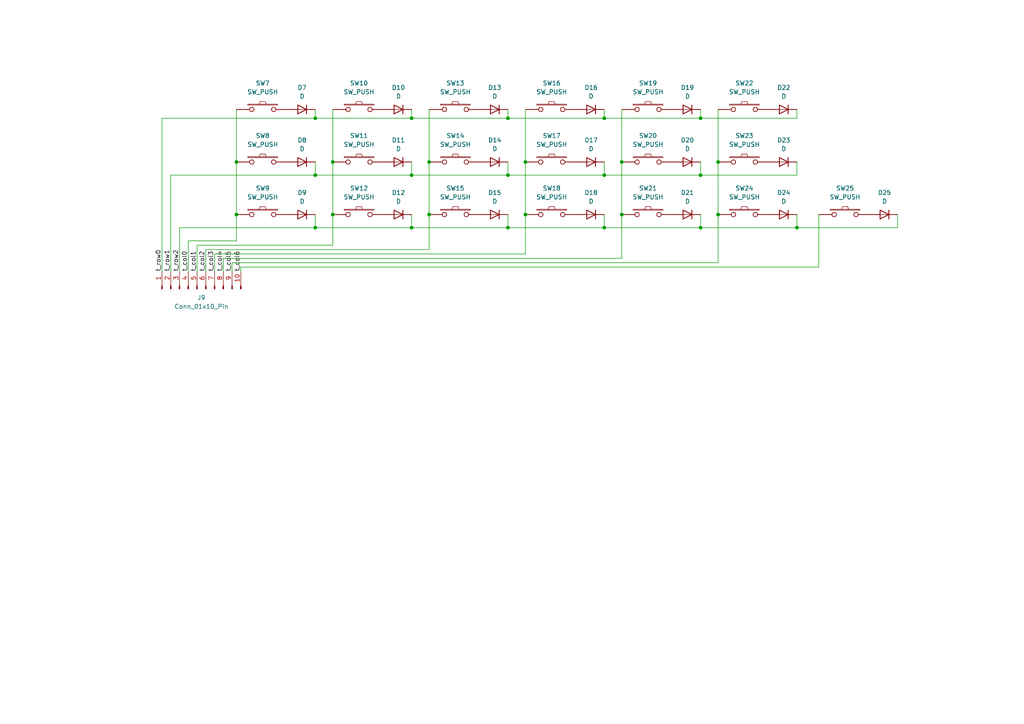
<source format=kicad_sch>
(kicad_sch (version 20231120) (generator "eeschema") (generator_version "8.0")
  (paper "A4")
  (lib_symbols
    (symbol "Connector:Conn_01x10_Pin" (pin_names (offset 1.016) hide)
      (property "Reference" "J" (at 0 12.7 0))
      (property "Value" "Conn_01x10_Pin" (at 0 -15.24 0))
      (symbol "Conn_01x10_Pin_1_1"
        (polyline (pts (xy 1.27 -12.7) (xy 0.8636 -12.7)) (stroke (width 0.1524)))
        (polyline (pts (xy 1.27 -10.16) (xy 0.8636 -10.16)) (stroke (width 0.1524)))
        (polyline (pts (xy 1.27 -7.62) (xy 0.8636 -7.62)) (stroke (width 0.1524)))
        (polyline (pts (xy 1.27 -5.08) (xy 0.8636 -5.08)) (stroke (width 0.1524)))
        (polyline (pts (xy 1.27 -2.54) (xy 0.8636 -2.54)) (stroke (width 0.1524)))
        (polyline (pts (xy 1.27 0) (xy 0.8636 0)) (stroke (width 0.1524)))
        (polyline (pts (xy 1.27 2.54) (xy 0.8636 2.54)) (stroke (width 0.1524)))
        (polyline (pts (xy 1.27 5.08) (xy 0.8636 5.08)) (stroke (width 0.1524)))
        (polyline (pts (xy 1.27 7.62) (xy 0.8636 7.62)) (stroke (width 0.1524)))
        (polyline (pts (xy 1.27 10.16) (xy 0.8636 10.16)) (stroke (width 0.1524)))
        (rectangle (start 0.8636 -12.573) (end 0 -12.827) (stroke (width 0.1524)) (fill (type outline)))
        (rectangle (start 0.8636 -10.033) (end 0 -10.287) (stroke (width 0.1524)) (fill (type outline)))
        (rectangle (start 0.8636 -7.493) (end 0 -7.747) (stroke (width 0.1524)) (fill (type outline)))
        (rectangle (start 0.8636 -4.953) (end 0 -5.207) (stroke (width 0.1524)) (fill (type outline)))
        (rectangle (start 0.8636 -2.413) (end 0 -2.667) (stroke (width 0.1524)) (fill (type outline)))
        (rectangle (start 0.8636 0.127) (end 0 -0.127) (stroke (width 0.1524)) (fill (type outline)))
        (rectangle (start 0.8636 2.667) (end 0 2.413) (stroke (width 0.1524)) (fill (type outline)))
        (rectangle (start 0.8636 5.207) (end 0 4.953) (stroke (width 0.1524)) (fill (type outline)))
        (rectangle (start 0.8636 7.747) (end 0 7.493) (stroke (width 0.1524)) (fill (type outline)))
        (rectangle (start 0.8636 10.287) (end 0 10.033) (stroke (width 0.1524)) (fill (type outline)))
        (pin passive line (at 5.08 10.16 180) (length 3.81) (name "Pin_1") (number "1"))
        (pin passive line (at 5.08 -12.7 180) (length 3.81) (name "Pin_10") (number "10"))
        (pin passive line (at 5.08 7.62 180) (length 3.81) (name "Pin_2") (number "2"))
        (pin passive line (at 5.08 5.08 180) (length 3.81) (name "Pin_3") (number "3"))
        (pin passive line (at 5.08 2.54 180) (length 3.81) (name "Pin_4") (number "4"))
        (pin passive line (at 5.08 0 180) (length 3.81) (name "Pin_5") (number "5"))
        (pin passive line (at 5.08 -2.54 180) (length 3.81) (name "Pin_6") (number "6"))
        (pin passive line (at 5.08 -5.08 180) (length 3.81) (name "Pin_7") (number "7"))
        (pin passive line (at 5.08 -7.62 180) (length 3.81) (name "Pin_8") (number "8"))
        (pin passive line (at 5.08 -10.16 180) (length 3.81) (name "Pin_9") (number "9"))
      )
    )
    (symbol "Device:D" (pin_numbers hide) (pin_names (offset 1.016) hide)
      (property "Reference" "D" (at 0 2.54 0))
      (property "Value" "D" (at 0 -2.54 0))
      (symbol "D_0_1"
        (polyline (pts (xy -1.27 1.27) (xy -1.27 -1.27)) (stroke (width 0.254)))
        (polyline (pts (xy 1.27 0) (xy -1.27 0)))
        (polyline (pts (xy 1.27 1.27) (xy 1.27 -1.27) (xy -1.27 0) (xy 1.27 1.27)) (stroke (width 0.254)))
      )
      (symbol "D_1_1"
        (pin passive line (at -3.81 0 0) (length 2.54) (name "K") (number "1"))
        (pin passive line (at 3.81 0 180) (length 2.54) (name "A") (number "2"))
      )
    )
    (symbol "kbd:SW_PUSH" (pin_numbers hide) (pin_names (offset 1.016) hide)
      (property "Reference" "SW" (at 3.81 2.794 0))
      (property "Value" "SW_PUSH" (at 0 -2.032 0))
      (symbol "SW_PUSH_0_1"
        (rectangle (start -4.318 1.27) (end 4.318 1.524))
        (polyline (pts (xy -1.016 1.524) (xy -0.762 2.286) (xy 0.762 2.286) (xy 1.016 1.524)))
        (pin passive inverted (at -7.62 0 0) (length 5.08) (name "1") (number "1"))
        (pin passive inverted (at 7.62 0 180) (length 5.08) (name "2") (number "2"))
      )
    )
  )
  (junction (at 208.28 46.99))
  (junction (at 119.38 34.29))
  (junction (at 119.38 66.04))
  (junction (at 124.46 62.23))
  (junction (at 180.34 46.99))
  (junction (at 203.2 66.04))
  (junction (at 147.32 66.04))
  (junction (at 203.2 50.8))
  (junction (at 175.26 34.29))
  (junction (at 91.44 34.29))
  (junction (at 68.58 62.23))
  (junction (at 208.28 62.23))
  (junction (at 203.2 34.29))
  (junction (at 68.58 46.99))
  (junction (at 152.4 46.99))
  (junction (at 175.26 66.04))
  (junction (at 147.32 50.8))
  (junction (at 96.52 46.99))
  (junction (at 175.26 50.8))
  (junction (at 180.34 62.23))
  (junction (at 91.44 50.8))
  (junction (at 231.14 66.04))
  (junction (at 91.44 66.04))
  (junction (at 124.46 46.99))
  (junction (at 152.4 62.23))
  (junction (at 96.52 62.23))
  (junction (at 147.32 34.29))
  (junction (at 119.38 50.8))
  (wire (pts (xy 54.61 69.85) (xy 68.58 69.85)))
  (wire (pts (xy 208.28 62.23) (xy 208.28 76.2)))
  (wire (pts (xy 175.26 66.04) (xy 203.2 66.04)))
  (wire (pts (xy 152.4 62.23) (xy 152.4 73.66)))
  (wire (pts (xy 203.2 50.8) (xy 231.14 50.8)))
  (wire (pts (xy 91.44 62.23) (xy 91.44 66.04)))
  (wire (pts (xy 68.58 69.85) (xy 68.58 62.23)))
  (wire (pts (xy 208.28 76.2) (xy 67.31 76.2)))
  (wire (pts (xy 46.99 34.29) (xy 46.99 78.74)))
  (wire (pts (xy 96.52 62.23) (xy 96.52 71.12)))
  (wire (pts (xy 147.32 50.8) (xy 175.26 50.8)))
  (wire (pts (xy 62.23 73.66) (xy 62.23 78.74)))
  (wire (pts (xy 203.2 66.04) (xy 231.14 66.04)))
  (wire (pts (xy 119.38 62.23) (xy 119.38 66.04)))
  (wire (pts (xy 203.2 46.99) (xy 203.2 50.8)))
  (wire (pts (xy 231.14 46.99) (xy 231.14 50.8)))
  (wire (pts (xy 175.26 34.29) (xy 203.2 34.29)))
  (wire (pts (xy 147.32 66.04) (xy 175.26 66.04)))
  (wire (pts (xy 69.85 77.47) (xy 69.85 78.74)))
  (wire (pts (xy 91.44 46.99) (xy 91.44 50.8)))
  (wire (pts (xy 147.32 46.99) (xy 147.32 50.8)))
  (wire (pts (xy 119.38 50.8) (xy 91.44 50.8)))
  (wire (pts (xy 175.26 62.23) (xy 175.26 66.04)))
  (wire (pts (xy 237.49 77.47) (xy 69.85 77.47)))
  (wire (pts (xy 208.28 62.23) (xy 208.28 46.99)))
  (wire (pts (xy 119.38 34.29) (xy 147.32 34.29)))
  (wire (pts (xy 147.32 62.23) (xy 147.32 66.04)))
  (wire (pts (xy 62.23 73.66) (xy 152.4 73.66)))
  (wire (pts (xy 91.44 34.29) (xy 119.38 34.29)))
  (wire (pts (xy 147.32 34.29) (xy 175.26 34.29)))
  (wire (pts (xy 175.26 46.99) (xy 175.26 50.8)))
  (wire (pts (xy 49.53 50.8) (xy 91.44 50.8)))
  (wire (pts (xy 203.2 62.23) (xy 203.2 66.04)))
  (wire (pts (xy 180.34 62.23) (xy 180.34 74.93)))
  (wire (pts (xy 119.38 46.99) (xy 119.38 50.8)))
  (wire (pts (xy 152.4 46.99) (xy 152.4 31.75)))
  (wire (pts (xy 68.58 46.99) (xy 68.58 62.23)))
  (wire (pts (xy 124.46 46.99) (xy 124.46 31.75)))
  (wire (pts (xy 231.14 66.04) (xy 231.14 62.23)))
  (wire (pts (xy 231.14 34.29) (xy 231.14 31.75)))
  (wire (pts (xy 59.69 72.39) (xy 59.69 78.74)))
  (wire (pts (xy 180.34 62.23) (xy 180.34 46.99)))
  (wire (pts (xy 57.15 71.12) (xy 96.52 71.12)))
  (wire (pts (xy 180.34 74.93) (xy 64.77 74.93)))
  (wire (pts (xy 54.61 78.74) (xy 54.61 69.85)))
  (wire (pts (xy 52.07 66.04) (xy 52.07 78.74)))
  (wire (pts (xy 91.44 31.75) (xy 91.44 34.29)))
  (wire (pts (xy 59.69 72.39) (xy 124.46 72.39)))
  (wire (pts (xy 119.38 66.04) (xy 147.32 66.04)))
  (wire (pts (xy 208.28 46.99) (xy 208.28 31.75)))
  (wire (pts (xy 180.34 46.99) (xy 180.34 31.75)))
  (wire (pts (xy 124.46 62.23) (xy 124.46 72.39)))
  (wire (pts (xy 260.35 62.23) (xy 260.35 66.04)))
  (wire (pts (xy 67.31 76.2) (xy 67.31 78.74)))
  (wire (pts (xy 175.26 50.8) (xy 203.2 50.8)))
  (wire (pts (xy 124.46 46.99) (xy 124.46 62.23)))
  (wire (pts (xy 203.2 34.29) (xy 231.14 34.29)))
  (wire (pts (xy 119.38 50.8) (xy 147.32 50.8)))
  (wire (pts (xy 96.52 46.99) (xy 96.52 62.23)))
  (wire (pts (xy 49.53 50.8) (xy 49.53 78.74)))
  (wire (pts (xy 175.26 31.75) (xy 175.26 34.29)))
  (wire (pts (xy 64.77 74.93) (xy 64.77 78.74)))
  (wire (pts (xy 91.44 66.04) (xy 119.38 66.04)))
  (wire (pts (xy 57.15 71.12) (xy 57.15 78.74)))
  (wire (pts (xy 147.32 31.75) (xy 147.32 34.29)))
  (wire (pts (xy 46.99 34.29) (xy 91.44 34.29)))
  (wire (pts (xy 68.58 31.75) (xy 68.58 46.99)))
  (wire (pts (xy 260.35 66.04) (xy 231.14 66.04)))
  (wire (pts (xy 119.38 31.75) (xy 119.38 34.29)))
  (wire (pts (xy 96.52 31.75) (xy 96.52 46.99)))
  (wire (pts (xy 203.2 31.75) (xy 203.2 34.29)))
  (wire (pts (xy 237.49 62.23) (xy 237.49 77.47)))
  (wire (pts (xy 152.4 62.23) (xy 152.4 46.99)))
  (wire (pts (xy 52.07 66.04) (xy 91.44 66.04)))
  (label "t_col3" (at 62.23 78.74 90))
  (label "t_col0" (at 54.61 78.74 90))
  (label "t_col1" (at 57.15 78.74 90))
  (label "t_row0" (at 46.99 78.74 90))
  (label "t_col4" (at 64.77 78.74 90))
  (label "t_col6" (at 69.85 78.74 90))
  (label "t_col5" (at 67.31 78.74 90))
  (label "t_col2" (at 59.69 78.74 90))
  (label "t_row2" (at 52.07 78.74 90))
  (label "t_row1" (at 49.53 78.74 90))
  (symbol (lib_id "Device:D") (at 143.51 31.75 180) (unit 1)
    (property "Reference" "D13" (at 143.51 25.4 0))
    (property "Value" "D" (at 143.51 27.94 0))
    (property "Footprint" "kbd:D3_SMD" (effects (hide yes)))
    (property "Description" "Diode" (effects (hide yes)))
    (property "Sim.Device" "D" (effects (hide yes)))
    (property "Sim.Pins" "1=K 2=A" (effects (hide yes)))
  )
  (symbol (lib_id "Device:D") (at 115.57 46.99 180) (unit 1)
    (property "Reference" "D11" (at 115.57 40.64 0))
    (property "Value" "D" (at 115.57 43.18 0))
    (property "Footprint" "kbd:D3_SMD" (effects (hide yes)))
    (property "Description" "Diode" (effects (hide yes)))
    (property "Sim.Device" "D" (effects (hide yes)))
    (property "Sim.Pins" "1=K 2=A" (effects (hide yes)))
  )
  (symbol (lib_id "kbd:SW_PUSH") (at 160.02 62.23 0) (unit 1)
    (property "Reference" "SW18" (at 160.02 54.61 0))
    (property "Value" "SW_PUSH" (at 160.02 57.15 0))
    (property "Footprint" "keyswitches:Kailh_socket_PG1350_reversible" (effects (hide yes)))
  )
  (symbol (lib_id "Device:D") (at 227.33 46.99 180) (unit 1)
    (property "Reference" "D23" (at 227.33 40.64 0))
    (property "Value" "D" (at 227.33 43.18 0))
    (property "Footprint" "kbd:D3_SMD" (effects (hide yes)))
    (property "Description" "Diode" (effects (hide yes)))
    (property "Sim.Device" "D" (effects (hide yes)))
    (property "Sim.Pins" "1=K 2=A" (effects (hide yes)))
  )
  (symbol (lib_id "Device:D") (at 87.63 46.99 180) (unit 1)
    (property "Reference" "D8" (at 87.63 40.64 0))
    (property "Value" "D" (at 87.63 43.18 0))
    (property "Footprint" "kbd:D3_SMD" (effects (hide yes)))
    (property "Description" "Diode" (effects (hide yes)))
    (property "Sim.Device" "D" (effects (hide yes)))
    (property "Sim.Pins" "1=K 2=A" (effects (hide yes)))
  )
  (symbol (lib_id "Device:D") (at 115.57 62.23 180) (unit 1)
    (property "Reference" "D12" (at 115.57 55.88 0))
    (property "Value" "D" (at 115.57 58.42 0))
    (property "Footprint" "kbd:D3_SMD" (effects (hide yes)))
    (property "Description" "Diode" (effects (hide yes)))
    (property "Sim.Device" "D" (effects (hide yes)))
    (property "Sim.Pins" "1=K 2=A" (effects (hide yes)))
  )
  (symbol (lib_id "kbd:SW_PUSH") (at 187.96 46.99 0) (unit 1)
    (property "Reference" "SW20" (at 187.96 39.37 0))
    (property "Value" "SW_PUSH" (at 187.96 41.91 0))
    (property "Footprint" "keyswitches:Kailh_socket_PG1350_reversible" (effects (hide yes)))
  )
  (symbol (lib_id "kbd:SW_PUSH") (at 160.02 46.99 0) (unit 1)
    (property "Reference" "SW17" (at 160.02 39.37 0))
    (property "Value" "SW_PUSH" (at 160.02 41.91 0))
    (property "Footprint" "keyswitches:Kailh_socket_PG1350_reversible" (effects (hide yes)))
  )
  (symbol (lib_id "kbd:SW_PUSH") (at 215.9 62.23 0) (unit 1)
    (property "Reference" "SW24" (at 215.9 54.61 0))
    (property "Value" "SW_PUSH" (at 215.9 57.15 0))
    (property "Footprint" "keyswitches:Kailh_socket_PG1350_reversible" (effects (hide yes)))
  )
  (symbol (lib_id "kbd:SW_PUSH") (at 104.14 31.75 0) (unit 1)
    (property "Reference" "SW10" (at 104.14 24.13 0))
    (property "Value" "SW_PUSH" (at 104.14 26.67 0))
    (property "Footprint" "keyswitches:Kailh_socket_PG1350_reversible" (effects (hide yes)))
  )
  (symbol (lib_id "Device:D") (at 256.54 62.23 180) (unit 1)
    (property "Reference" "D25" (at 256.54 55.88 0))
    (property "Value" "D" (at 256.54 58.42 0))
    (property "Footprint" "kbd:D3_SMD" (effects (hide yes)))
    (property "Description" "Diode" (effects (hide yes)))
    (property "Sim.Device" "D" (effects (hide yes)))
    (property "Sim.Pins" "1=K 2=A" (effects (hide yes)))
  )
  (symbol (lib_id "Device:D") (at 199.39 31.75 180) (unit 1)
    (property "Reference" "D19" (at 199.39 25.4 0))
    (property "Value" "D" (at 199.39 27.94 0))
    (property "Footprint" "kbd:D3_SMD" (effects (hide yes)))
    (property "Description" "Diode" (effects (hide yes)))
    (property "Sim.Device" "D" (effects (hide yes)))
    (property "Sim.Pins" "1=K 2=A" (effects (hide yes)))
  )
  (symbol (lib_id "kbd:SW_PUSH") (at 76.2 31.75 0) (unit 1)
    (property "Reference" "SW7" (at 76.2 24.13 0))
    (property "Value" "SW_PUSH" (at 76.2 26.67 0))
    (property "Footprint" "keyswitches:Kailh_socket_PG1350_reversible" (effects (hide yes)))
  )
  (symbol (lib_id "Device:D") (at 115.57 31.75 180) (unit 1)
    (property "Reference" "D10" (at 115.57 25.4 0))
    (property "Value" "D" (at 115.57 27.94 0))
    (property "Footprint" "kbd:D3_SMD" (effects (hide yes)))
    (property "Description" "Diode" (effects (hide yes)))
    (property "Sim.Device" "D" (effects (hide yes)))
    (property "Sim.Pins" "1=K 2=A" (effects (hide yes)))
  )
  (symbol (lib_id "kbd:SW_PUSH") (at 132.08 31.75 0) (unit 1)
    (property "Reference" "SW13" (at 132.08 24.13 0))
    (property "Value" "SW_PUSH" (at 132.08 26.67 0))
    (property "Footprint" "keyswitches:Kailh_socket_PG1350_reversible" (effects (hide yes)))
  )
  (symbol (lib_id "kbd:SW_PUSH") (at 160.02 31.75 0) (unit 1)
    (property "Reference" "SW16" (at 160.02 24.13 0))
    (property "Value" "SW_PUSH" (at 160.02 26.67 0))
    (property "Footprint" "keyswitches:Kailh_socket_PG1350_reversible" (effects (hide yes)))
  )
  (symbol (lib_id "kbd:SW_PUSH") (at 104.14 62.23 0) (unit 1)
    (property "Reference" "SW12" (at 104.14 54.61 0))
    (property "Value" "SW_PUSH" (at 104.14 57.15 0))
    (property "Footprint" "keyswitches:Kailh_socket_PG1350_reversible" (effects (hide yes)))
  )
  (symbol (lib_id "kbd:SW_PUSH") (at 76.2 62.23 0) (unit 1)
    (property "Reference" "SW9" (at 76.2 54.61 0))
    (property "Value" "SW_PUSH" (at 76.2 57.15 0))
    (property "Footprint" "keyswitches:Kailh_socket_PG1350_reversible" (effects (hide yes)))
  )
  (symbol (lib_id "Device:D") (at 171.45 46.99 180) (unit 1)
    (property "Reference" "D17" (at 171.45 40.64 0))
    (property "Value" "D" (at 171.45 43.18 0))
    (property "Footprint" "kbd:D3_SMD" (effects (hide yes)))
    (property "Description" "Diode" (effects (hide yes)))
    (property "Sim.Device" "D" (effects (hide yes)))
    (property "Sim.Pins" "1=K 2=A" (effects (hide yes)))
  )
  (symbol (lib_id "kbd:SW_PUSH") (at 215.9 46.99 0) (unit 1)
    (property "Reference" "SW23" (at 215.9 39.37 0))
    (property "Value" "SW_PUSH" (at 215.9 41.91 0))
    (property "Footprint" "keyswitches:Kailh_socket_PG1350_reversible" (effects (hide yes)))
  )
  (symbol (lib_id "kbd:SW_PUSH") (at 132.08 62.23 0) (unit 1)
    (property "Reference" "SW15" (at 132.08 54.61 0))
    (property "Value" "SW_PUSH" (at 132.08 57.15 0))
    (property "Footprint" "keyswitches:Kailh_socket_PG1350_reversible" (effects (hide yes)))
  )
  (symbol (lib_id "Device:D") (at 143.51 46.99 180) (unit 1)
    (property "Reference" "D14" (at 143.51 40.64 0))
    (property "Value" "D" (at 143.51 43.18 0))
    (property "Footprint" "kbd:D3_SMD" (effects (hide yes)))
    (property "Description" "Diode" (effects (hide yes)))
    (property "Sim.Device" "D" (effects (hide yes)))
    (property "Sim.Pins" "1=K 2=A" (effects (hide yes)))
  )
  (symbol (lib_id "Device:D") (at 171.45 62.23 180) (unit 1)
    (property "Reference" "D18" (at 171.45 55.88 0))
    (property "Value" "D" (at 171.45 58.42 0))
    (property "Footprint" "kbd:D3_SMD" (effects (hide yes)))
    (property "Description" "Diode" (effects (hide yes)))
    (property "Sim.Device" "D" (effects (hide yes)))
    (property "Sim.Pins" "1=K 2=A" (effects (hide yes)))
  )
  (symbol (lib_id "Connector:Conn_01x10_Pin") (at 57.15 83.82 90) (unit 1)
    (property "Reference" "J9" (at 58.42 86.36 90))
    (property "Value" "Conn_01x10_Pin" (at 58.42 88.9 90))
    (property "Footprint" "Connector_PinHeader_2.54mm:PinHeader_1x10_P2.54mm_Vertical" (effects (hide yes)))
    (property "Description" "Generic connector, single row, 01x10, script generated" (effects (hide yes)))
  )
  (symbol (lib_id "kbd:SW_PUSH") (at 215.9 31.75 0) (unit 1)
    (property "Reference" "SW22" (at 215.9 24.13 0))
    (property "Value" "SW_PUSH" (at 215.9 26.67 0))
    (property "Footprint" "keyswitches:Kailh_socket_PG1350_reversible" (effects (hide yes)))
  )
  (symbol (lib_id "Device:D") (at 227.33 31.75 180) (unit 1)
    (property "Reference" "D22" (at 227.33 25.4 0))
    (property "Value" "D" (at 227.33 27.94 0))
    (property "Footprint" "kbd:D3_SMD" (effects (hide yes)))
    (property "Description" "Diode" (effects (hide yes)))
    (property "Sim.Device" "D" (effects (hide yes)))
    (property "Sim.Pins" "1=K 2=A" (effects (hide yes)))
  )
  (symbol (lib_id "Device:D") (at 87.63 31.75 180) (unit 1)
    (property "Reference" "D7" (at 87.63 25.4 0))
    (property "Value" "D" (at 87.63 27.94 0))
    (property "Footprint" "kbd:D3_SMD" (effects (hide yes)))
    (property "Description" "Diode" (effects (hide yes)))
    (property "Sim.Device" "D" (effects (hide yes)))
    (property "Sim.Pins" "1=K 2=A" (effects (hide yes)))
  )
  (symbol (lib_id "kbd:SW_PUSH") (at 187.96 31.75 0) (unit 1)
    (property "Reference" "SW19" (at 187.96 24.13 0))
    (property "Value" "SW_PUSH" (at 187.96 26.67 0))
    (property "Footprint" "keyswitches:Kailh_socket_PG1350_reversible" (effects (hide yes)))
  )
  (symbol (lib_id "kbd:SW_PUSH") (at 76.2 46.99 0) (unit 1)
    (property "Reference" "SW8" (at 76.2 39.37 0))
    (property "Value" "SW_PUSH" (at 76.2 41.91 0))
    (property "Footprint" "keyswitches:Kailh_socket_PG1350_reversible" (effects (hide yes)))
  )
  (symbol (lib_id "Device:D") (at 87.63 62.23 180) (unit 1)
    (property "Reference" "D9" (at 87.63 55.88 0))
    (property "Value" "D" (at 87.63 58.42 0))
    (property "Footprint" "kbd:D3_SMD" (effects (hide yes)))
    (property "Description" "Diode" (effects (hide yes)))
    (property "Sim.Device" "D" (effects (hide yes)))
    (property "Sim.Pins" "1=K 2=A" (effects (hide yes)))
  )
  (symbol (lib_id "kbd:SW_PUSH") (at 104.14 46.99 0) (unit 1)
    (property "Reference" "SW11" (at 104.14 39.37 0))
    (property "Value" "SW_PUSH" (at 104.14 41.91 0))
    (property "Footprint" "keyswitches:Kailh_socket_PG1350_reversible" (effects (hide yes)))
  )
  (symbol (lib_id "kbd:SW_PUSH") (at 132.08 46.99 0) (unit 1)
    (property "Reference" "SW14" (at 132.08 39.37 0))
    (property "Value" "SW_PUSH" (at 132.08 41.91 0))
    (property "Footprint" "keyswitches:Kailh_socket_PG1350_reversible" (effects (hide yes)))
  )
  (symbol (lib_id "Device:D") (at 171.45 31.75 180) (unit 1)
    (property "Reference" "D16" (at 171.45 25.4 0))
    (property "Value" "D" (at 171.45 27.94 0))
    (property "Footprint" "kbd:D3_SMD" (effects (hide yes)))
    (property "Description" "Diode" (effects (hide yes)))
    (property "Sim.Device" "D" (effects (hide yes)))
    (property "Sim.Pins" "1=K 2=A" (effects (hide yes)))
  )
  (symbol (lib_id "Device:D") (at 199.39 62.23 180) (unit 1)
    (property "Reference" "D21" (at 199.39 55.88 0))
    (property "Value" "D" (at 199.39 58.42 0))
    (property "Footprint" "kbd:D3_SMD" (effects (hide yes)))
    (property "Description" "Diode" (effects (hide yes)))
    (property "Sim.Device" "D" (effects (hide yes)))
    (property "Sim.Pins" "1=K 2=A" (effects (hide yes)))
  )
  (symbol (lib_id "Device:D") (at 227.33 62.23 180) (unit 1)
    (property "Reference" "D24" (at 227.33 55.88 0))
    (property "Value" "D" (at 227.33 58.42 0))
    (property "Footprint" "kbd:D3_SMD" (effects (hide yes)))
    (property "Description" "Diode" (effects (hide yes)))
    (property "Sim.Device" "D" (effects (hide yes)))
    (property "Sim.Pins" "1=K 2=A" (effects (hide yes)))
  )
  (symbol (lib_id "Device:D") (at 143.51 62.23 180) (unit 1)
    (property "Reference" "D15" (at 143.51 55.88 0))
    (property "Value" "D" (at 143.51 58.42 0))
    (property "Footprint" "kbd:D3_SMD" (effects (hide yes)))
    (property "Description" "Diode" (effects (hide yes)))
    (property "Sim.Device" "D" (effects (hide yes)))
    (property "Sim.Pins" "1=K 2=A" (effects (hide yes)))
  )
  (symbol (lib_id "kbd:SW_PUSH") (at 187.96 62.23 0) (unit 1)
    (property "Reference" "SW21" (at 187.96 54.61 0))
    (property "Value" "SW_PUSH" (at 187.96 57.15 0))
    (property "Footprint" "keyswitches:Kailh_socket_PG1350_reversible" (effects (hide yes)))
  )
  (symbol (lib_id "kbd:SW_PUSH") (at 245.11 62.23 0) (unit 1)
    (property "Reference" "SW25" (at 245.11 54.61 0))
    (property "Value" "SW_PUSH" (at 245.11 57.15 0))
    (property "Footprint" "keyswitches:Kailh_socket_PG1350_reversible" (effects (hide yes)))
  )
  (symbol (lib_id "Device:D") (at 199.39 46.99 180) (unit 1)
    (property "Reference" "D20" (at 199.39 40.64 0))
    (property "Value" "D" (at 199.39 43.18 0))
    (property "Footprint" "kbd:D3_SMD" (effects (hide yes)))
    (property "Description" "Diode" (effects (hide yes)))
    (property "Sim.Device" "D" (effects (hide yes)))
    (property "Sim.Pins" "1=K 2=A" (effects (hide yes)))
  )
)
</source>
